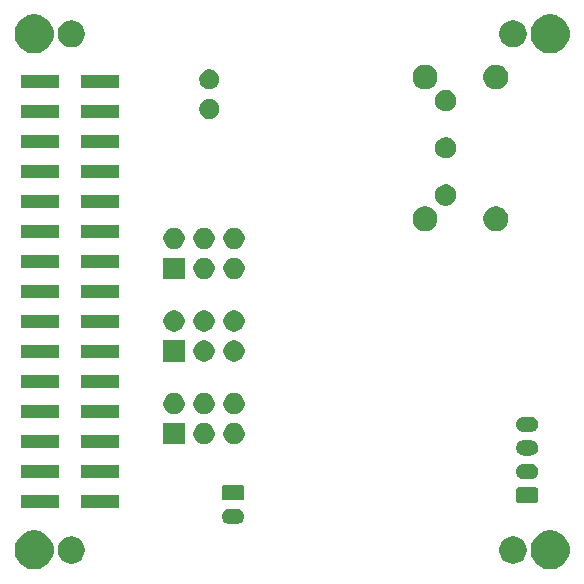
<source format=gbr>
G04 #@! TF.GenerationSoftware,KiCad,Pcbnew,5.1.5+dfsg1-2build2*
G04 #@! TF.CreationDate,2021-06-08T03:42:44+09:00*
G04 #@! TF.ProjectId,m5-pantilt,6d352d70-616e-4746-996c-742e6b696361,1*
G04 #@! TF.SameCoordinates,Original*
G04 #@! TF.FileFunction,Soldermask,Bot*
G04 #@! TF.FilePolarity,Negative*
%FSLAX46Y46*%
G04 Gerber Fmt 4.6, Leading zero omitted, Abs format (unit mm)*
G04 Created by KiCad (PCBNEW 5.1.5+dfsg1-2build2) date 2021-06-08 03:42:44*
%MOMM*%
%LPD*%
G04 APERTURE LIST*
%ADD10C,0.100000*%
G04 APERTURE END LIST*
D10*
G36*
X147225256Y-95241298D02*
G01*
X147331579Y-95262447D01*
X147632042Y-95386903D01*
X147902451Y-95567585D01*
X148132415Y-95797549D01*
X148313097Y-96067958D01*
X148437553Y-96368421D01*
X148501000Y-96687391D01*
X148501000Y-97012609D01*
X148437553Y-97331579D01*
X148313097Y-97632042D01*
X148132415Y-97902451D01*
X147902451Y-98132415D01*
X147632042Y-98313097D01*
X147331579Y-98437553D01*
X147225256Y-98458702D01*
X147012611Y-98501000D01*
X146687389Y-98501000D01*
X146474744Y-98458702D01*
X146368421Y-98437553D01*
X146067958Y-98313097D01*
X145797549Y-98132415D01*
X145567585Y-97902451D01*
X145386903Y-97632042D01*
X145262447Y-97331579D01*
X145199000Y-97012609D01*
X145199000Y-96687391D01*
X145262447Y-96368421D01*
X145386903Y-96067958D01*
X145567585Y-95797549D01*
X145797549Y-95567585D01*
X146067958Y-95386903D01*
X146368421Y-95262447D01*
X146474744Y-95241298D01*
X146687389Y-95199000D01*
X147012611Y-95199000D01*
X147225256Y-95241298D01*
G37*
G36*
X103525256Y-95241298D02*
G01*
X103631579Y-95262447D01*
X103932042Y-95386903D01*
X104202451Y-95567585D01*
X104432415Y-95797549D01*
X104613097Y-96067958D01*
X104737553Y-96368421D01*
X104801000Y-96687391D01*
X104801000Y-97012609D01*
X104737553Y-97331579D01*
X104613097Y-97632042D01*
X104432415Y-97902451D01*
X104202451Y-98132415D01*
X103932042Y-98313097D01*
X103631579Y-98437553D01*
X103525256Y-98458702D01*
X103312611Y-98501000D01*
X102987389Y-98501000D01*
X102774744Y-98458702D01*
X102668421Y-98437553D01*
X102367958Y-98313097D01*
X102097549Y-98132415D01*
X101867585Y-97902451D01*
X101686903Y-97632042D01*
X101562447Y-97331579D01*
X101499000Y-97012609D01*
X101499000Y-96687391D01*
X101562447Y-96368421D01*
X101686903Y-96067958D01*
X101867585Y-95797549D01*
X102097549Y-95567585D01*
X102367958Y-95386903D01*
X102668421Y-95262447D01*
X102774744Y-95241298D01*
X102987389Y-95199000D01*
X103312611Y-95199000D01*
X103525256Y-95241298D01*
G37*
G36*
X143924549Y-95721116D02*
G01*
X144035734Y-95743232D01*
X144245203Y-95829997D01*
X144433720Y-95955960D01*
X144594040Y-96116280D01*
X144720003Y-96304797D01*
X144806768Y-96514266D01*
X144851000Y-96736636D01*
X144851000Y-96963364D01*
X144806768Y-97185734D01*
X144720003Y-97395203D01*
X144594040Y-97583720D01*
X144433720Y-97744040D01*
X144245203Y-97870003D01*
X144035734Y-97956768D01*
X143924549Y-97978884D01*
X143813365Y-98001000D01*
X143586635Y-98001000D01*
X143475451Y-97978884D01*
X143364266Y-97956768D01*
X143154797Y-97870003D01*
X142966280Y-97744040D01*
X142805960Y-97583720D01*
X142679997Y-97395203D01*
X142593232Y-97185734D01*
X142549000Y-96963364D01*
X142549000Y-96736636D01*
X142593232Y-96514266D01*
X142679997Y-96304797D01*
X142805960Y-96116280D01*
X142966280Y-95955960D01*
X143154797Y-95829997D01*
X143364266Y-95743232D01*
X143475451Y-95721116D01*
X143586635Y-95699000D01*
X143813365Y-95699000D01*
X143924549Y-95721116D01*
G37*
G36*
X106524549Y-95721116D02*
G01*
X106635734Y-95743232D01*
X106845203Y-95829997D01*
X107033720Y-95955960D01*
X107194040Y-96116280D01*
X107320003Y-96304797D01*
X107406768Y-96514266D01*
X107451000Y-96736636D01*
X107451000Y-96963364D01*
X107406768Y-97185734D01*
X107320003Y-97395203D01*
X107194040Y-97583720D01*
X107033720Y-97744040D01*
X106845203Y-97870003D01*
X106635734Y-97956768D01*
X106524549Y-97978884D01*
X106413365Y-98001000D01*
X106186635Y-98001000D01*
X106075451Y-97978884D01*
X105964266Y-97956768D01*
X105754797Y-97870003D01*
X105566280Y-97744040D01*
X105405960Y-97583720D01*
X105279997Y-97395203D01*
X105193232Y-97185734D01*
X105149000Y-96963364D01*
X105149000Y-96736636D01*
X105193232Y-96514266D01*
X105279997Y-96304797D01*
X105405960Y-96116280D01*
X105566280Y-95955960D01*
X105754797Y-95829997D01*
X105964266Y-95743232D01*
X106075451Y-95721116D01*
X106186635Y-95699000D01*
X106413365Y-95699000D01*
X106524549Y-95721116D01*
G37*
G36*
X120338855Y-93352140D02*
G01*
X120402618Y-93358420D01*
X120493404Y-93385960D01*
X120525336Y-93395646D01*
X120638425Y-93456094D01*
X120737554Y-93537446D01*
X120818906Y-93636575D01*
X120879354Y-93749664D01*
X120879355Y-93749668D01*
X120916580Y-93872382D01*
X120929149Y-94000000D01*
X120916580Y-94127618D01*
X120889040Y-94218404D01*
X120879354Y-94250336D01*
X120818906Y-94363425D01*
X120737554Y-94462554D01*
X120638425Y-94543906D01*
X120525336Y-94604354D01*
X120493404Y-94614040D01*
X120402618Y-94641580D01*
X120338855Y-94647860D01*
X120306974Y-94651000D01*
X119693026Y-94651000D01*
X119661145Y-94647860D01*
X119597382Y-94641580D01*
X119506596Y-94614040D01*
X119474664Y-94604354D01*
X119361575Y-94543906D01*
X119262446Y-94462554D01*
X119181094Y-94363425D01*
X119120646Y-94250336D01*
X119110960Y-94218404D01*
X119083420Y-94127618D01*
X119070851Y-94000000D01*
X119083420Y-93872382D01*
X119120645Y-93749668D01*
X119120646Y-93749664D01*
X119181094Y-93636575D01*
X119262446Y-93537446D01*
X119361575Y-93456094D01*
X119474664Y-93395646D01*
X119506596Y-93385960D01*
X119597382Y-93358420D01*
X119661145Y-93352140D01*
X119693026Y-93349000D01*
X120306974Y-93349000D01*
X120338855Y-93352140D01*
G37*
G36*
X110351000Y-93331000D02*
G01*
X107099000Y-93331000D01*
X107099000Y-92229000D01*
X110351000Y-92229000D01*
X110351000Y-93331000D01*
G37*
G36*
X105301000Y-93331000D02*
G01*
X102049000Y-93331000D01*
X102049000Y-92229000D01*
X105301000Y-92229000D01*
X105301000Y-93331000D01*
G37*
G36*
X145666242Y-91553404D02*
G01*
X145703337Y-91564657D01*
X145737515Y-91582925D01*
X145767481Y-91607519D01*
X145792075Y-91637485D01*
X145810343Y-91671663D01*
X145821596Y-91708758D01*
X145826000Y-91753474D01*
X145826000Y-92646526D01*
X145821596Y-92691242D01*
X145810343Y-92728337D01*
X145792075Y-92762515D01*
X145767481Y-92792481D01*
X145737515Y-92817075D01*
X145703337Y-92835343D01*
X145666242Y-92846596D01*
X145621526Y-92851000D01*
X144178474Y-92851000D01*
X144133758Y-92846596D01*
X144096663Y-92835343D01*
X144062485Y-92817075D01*
X144032519Y-92792481D01*
X144007925Y-92762515D01*
X143989657Y-92728337D01*
X143978404Y-92691242D01*
X143974000Y-92646526D01*
X143974000Y-91753474D01*
X143978404Y-91708758D01*
X143989657Y-91671663D01*
X144007925Y-91637485D01*
X144032519Y-91607519D01*
X144062485Y-91582925D01*
X144096663Y-91564657D01*
X144133758Y-91553404D01*
X144178474Y-91549000D01*
X145621526Y-91549000D01*
X145666242Y-91553404D01*
G37*
G36*
X120766242Y-91353404D02*
G01*
X120803337Y-91364657D01*
X120837515Y-91382925D01*
X120867481Y-91407519D01*
X120892075Y-91437485D01*
X120910343Y-91471663D01*
X120921596Y-91508758D01*
X120926000Y-91553474D01*
X120926000Y-92446526D01*
X120921596Y-92491242D01*
X120910343Y-92528337D01*
X120892075Y-92562515D01*
X120867481Y-92592481D01*
X120837515Y-92617075D01*
X120803337Y-92635343D01*
X120766242Y-92646596D01*
X120721526Y-92651000D01*
X119278474Y-92651000D01*
X119233758Y-92646596D01*
X119196663Y-92635343D01*
X119162485Y-92617075D01*
X119132519Y-92592481D01*
X119107925Y-92562515D01*
X119089657Y-92528337D01*
X119078404Y-92491242D01*
X119074000Y-92446526D01*
X119074000Y-91553474D01*
X119078404Y-91508758D01*
X119089657Y-91471663D01*
X119107925Y-91437485D01*
X119132519Y-91407519D01*
X119162485Y-91382925D01*
X119196663Y-91364657D01*
X119233758Y-91353404D01*
X119278474Y-91349000D01*
X120721526Y-91349000D01*
X120766242Y-91353404D01*
G37*
G36*
X145238855Y-89552140D02*
G01*
X145302618Y-89558420D01*
X145393404Y-89585960D01*
X145425336Y-89595646D01*
X145538425Y-89656094D01*
X145637554Y-89737446D01*
X145718906Y-89836575D01*
X145779354Y-89949664D01*
X145779355Y-89949668D01*
X145816580Y-90072382D01*
X145829149Y-90200000D01*
X145816580Y-90327618D01*
X145789040Y-90418404D01*
X145779354Y-90450336D01*
X145718906Y-90563425D01*
X145637554Y-90662554D01*
X145538425Y-90743906D01*
X145425336Y-90804354D01*
X145393404Y-90814040D01*
X145302618Y-90841580D01*
X145238855Y-90847860D01*
X145206974Y-90851000D01*
X144593026Y-90851000D01*
X144561145Y-90847860D01*
X144497382Y-90841580D01*
X144406596Y-90814040D01*
X144374664Y-90804354D01*
X144261575Y-90743906D01*
X144162446Y-90662554D01*
X144081094Y-90563425D01*
X144020646Y-90450336D01*
X144010960Y-90418404D01*
X143983420Y-90327618D01*
X143970851Y-90200000D01*
X143983420Y-90072382D01*
X144020645Y-89949668D01*
X144020646Y-89949664D01*
X144081094Y-89836575D01*
X144162446Y-89737446D01*
X144261575Y-89656094D01*
X144374664Y-89595646D01*
X144406596Y-89585960D01*
X144497382Y-89558420D01*
X144561145Y-89552140D01*
X144593026Y-89549000D01*
X145206974Y-89549000D01*
X145238855Y-89552140D01*
G37*
G36*
X105301000Y-90791000D02*
G01*
X102049000Y-90791000D01*
X102049000Y-89689000D01*
X105301000Y-89689000D01*
X105301000Y-90791000D01*
G37*
G36*
X110351000Y-90791000D02*
G01*
X107099000Y-90791000D01*
X107099000Y-89689000D01*
X110351000Y-89689000D01*
X110351000Y-90791000D01*
G37*
G36*
X145238855Y-87552140D02*
G01*
X145302618Y-87558420D01*
X145393404Y-87585960D01*
X145425336Y-87595646D01*
X145538425Y-87656094D01*
X145637554Y-87737446D01*
X145718906Y-87836575D01*
X145779354Y-87949664D01*
X145779355Y-87949668D01*
X145816580Y-88072382D01*
X145829149Y-88200000D01*
X145816580Y-88327618D01*
X145789040Y-88418404D01*
X145779354Y-88450336D01*
X145718906Y-88563425D01*
X145637554Y-88662554D01*
X145538425Y-88743906D01*
X145425336Y-88804354D01*
X145393404Y-88814040D01*
X145302618Y-88841580D01*
X145238855Y-88847860D01*
X145206974Y-88851000D01*
X144593026Y-88851000D01*
X144561145Y-88847860D01*
X144497382Y-88841580D01*
X144406596Y-88814040D01*
X144374664Y-88804354D01*
X144261575Y-88743906D01*
X144162446Y-88662554D01*
X144081094Y-88563425D01*
X144020646Y-88450336D01*
X144010960Y-88418404D01*
X143983420Y-88327618D01*
X143970851Y-88200000D01*
X143983420Y-88072382D01*
X144020645Y-87949668D01*
X144020646Y-87949664D01*
X144081094Y-87836575D01*
X144162446Y-87737446D01*
X144261575Y-87656094D01*
X144374664Y-87595646D01*
X144406596Y-87585960D01*
X144497382Y-87558420D01*
X144561145Y-87552140D01*
X144593026Y-87549000D01*
X145206974Y-87549000D01*
X145238855Y-87552140D01*
G37*
G36*
X110351000Y-88251000D02*
G01*
X107099000Y-88251000D01*
X107099000Y-87149000D01*
X110351000Y-87149000D01*
X110351000Y-88251000D01*
G37*
G36*
X105301000Y-88251000D02*
G01*
X102049000Y-88251000D01*
X102049000Y-87149000D01*
X105301000Y-87149000D01*
X105301000Y-88251000D01*
G37*
G36*
X117653512Y-86103927D02*
G01*
X117802812Y-86133624D01*
X117966784Y-86201544D01*
X118114354Y-86300147D01*
X118239853Y-86425646D01*
X118338456Y-86573216D01*
X118406376Y-86737188D01*
X118441000Y-86911259D01*
X118441000Y-87088741D01*
X118406376Y-87262812D01*
X118338456Y-87426784D01*
X118239853Y-87574354D01*
X118114354Y-87699853D01*
X117966784Y-87798456D01*
X117802812Y-87866376D01*
X117653512Y-87896073D01*
X117628742Y-87901000D01*
X117451258Y-87901000D01*
X117426488Y-87896073D01*
X117277188Y-87866376D01*
X117113216Y-87798456D01*
X116965646Y-87699853D01*
X116840147Y-87574354D01*
X116741544Y-87426784D01*
X116673624Y-87262812D01*
X116639000Y-87088741D01*
X116639000Y-86911259D01*
X116673624Y-86737188D01*
X116741544Y-86573216D01*
X116840147Y-86425646D01*
X116965646Y-86300147D01*
X117113216Y-86201544D01*
X117277188Y-86133624D01*
X117426488Y-86103927D01*
X117451258Y-86099000D01*
X117628742Y-86099000D01*
X117653512Y-86103927D01*
G37*
G36*
X115901000Y-87901000D02*
G01*
X114099000Y-87901000D01*
X114099000Y-86099000D01*
X115901000Y-86099000D01*
X115901000Y-87901000D01*
G37*
G36*
X120193512Y-86103927D02*
G01*
X120342812Y-86133624D01*
X120506784Y-86201544D01*
X120654354Y-86300147D01*
X120779853Y-86425646D01*
X120878456Y-86573216D01*
X120946376Y-86737188D01*
X120981000Y-86911259D01*
X120981000Y-87088741D01*
X120946376Y-87262812D01*
X120878456Y-87426784D01*
X120779853Y-87574354D01*
X120654354Y-87699853D01*
X120506784Y-87798456D01*
X120342812Y-87866376D01*
X120193512Y-87896073D01*
X120168742Y-87901000D01*
X119991258Y-87901000D01*
X119966488Y-87896073D01*
X119817188Y-87866376D01*
X119653216Y-87798456D01*
X119505646Y-87699853D01*
X119380147Y-87574354D01*
X119281544Y-87426784D01*
X119213624Y-87262812D01*
X119179000Y-87088741D01*
X119179000Y-86911259D01*
X119213624Y-86737188D01*
X119281544Y-86573216D01*
X119380147Y-86425646D01*
X119505646Y-86300147D01*
X119653216Y-86201544D01*
X119817188Y-86133624D01*
X119966488Y-86103927D01*
X119991258Y-86099000D01*
X120168742Y-86099000D01*
X120193512Y-86103927D01*
G37*
G36*
X145238855Y-85552140D02*
G01*
X145302618Y-85558420D01*
X145393404Y-85585960D01*
X145425336Y-85595646D01*
X145538425Y-85656094D01*
X145637554Y-85737446D01*
X145718906Y-85836575D01*
X145779354Y-85949664D01*
X145779355Y-85949668D01*
X145816580Y-86072382D01*
X145829149Y-86200000D01*
X145816580Y-86327618D01*
X145789040Y-86418404D01*
X145779354Y-86450336D01*
X145718906Y-86563425D01*
X145637554Y-86662554D01*
X145538425Y-86743906D01*
X145425336Y-86804354D01*
X145393404Y-86814040D01*
X145302618Y-86841580D01*
X145238855Y-86847860D01*
X145206974Y-86851000D01*
X144593026Y-86851000D01*
X144561145Y-86847860D01*
X144497382Y-86841580D01*
X144406596Y-86814040D01*
X144374664Y-86804354D01*
X144261575Y-86743906D01*
X144162446Y-86662554D01*
X144081094Y-86563425D01*
X144020646Y-86450336D01*
X144010960Y-86418404D01*
X143983420Y-86327618D01*
X143970851Y-86200000D01*
X143983420Y-86072382D01*
X144020645Y-85949668D01*
X144020646Y-85949664D01*
X144081094Y-85836575D01*
X144162446Y-85737446D01*
X144261575Y-85656094D01*
X144374664Y-85595646D01*
X144406596Y-85585960D01*
X144497382Y-85558420D01*
X144561145Y-85552140D01*
X144593026Y-85549000D01*
X145206974Y-85549000D01*
X145238855Y-85552140D01*
G37*
G36*
X105301000Y-85711000D02*
G01*
X102049000Y-85711000D01*
X102049000Y-84609000D01*
X105301000Y-84609000D01*
X105301000Y-85711000D01*
G37*
G36*
X110351000Y-85711000D02*
G01*
X107099000Y-85711000D01*
X107099000Y-84609000D01*
X110351000Y-84609000D01*
X110351000Y-85711000D01*
G37*
G36*
X120193512Y-83563927D02*
G01*
X120342812Y-83593624D01*
X120506784Y-83661544D01*
X120654354Y-83760147D01*
X120779853Y-83885646D01*
X120878456Y-84033216D01*
X120946376Y-84197188D01*
X120981000Y-84371259D01*
X120981000Y-84548741D01*
X120946376Y-84722812D01*
X120878456Y-84886784D01*
X120779853Y-85034354D01*
X120654354Y-85159853D01*
X120506784Y-85258456D01*
X120342812Y-85326376D01*
X120193512Y-85356073D01*
X120168742Y-85361000D01*
X119991258Y-85361000D01*
X119966488Y-85356073D01*
X119817188Y-85326376D01*
X119653216Y-85258456D01*
X119505646Y-85159853D01*
X119380147Y-85034354D01*
X119281544Y-84886784D01*
X119213624Y-84722812D01*
X119179000Y-84548741D01*
X119179000Y-84371259D01*
X119213624Y-84197188D01*
X119281544Y-84033216D01*
X119380147Y-83885646D01*
X119505646Y-83760147D01*
X119653216Y-83661544D01*
X119817188Y-83593624D01*
X119966488Y-83563927D01*
X119991258Y-83559000D01*
X120168742Y-83559000D01*
X120193512Y-83563927D01*
G37*
G36*
X117653512Y-83563927D02*
G01*
X117802812Y-83593624D01*
X117966784Y-83661544D01*
X118114354Y-83760147D01*
X118239853Y-83885646D01*
X118338456Y-84033216D01*
X118406376Y-84197188D01*
X118441000Y-84371259D01*
X118441000Y-84548741D01*
X118406376Y-84722812D01*
X118338456Y-84886784D01*
X118239853Y-85034354D01*
X118114354Y-85159853D01*
X117966784Y-85258456D01*
X117802812Y-85326376D01*
X117653512Y-85356073D01*
X117628742Y-85361000D01*
X117451258Y-85361000D01*
X117426488Y-85356073D01*
X117277188Y-85326376D01*
X117113216Y-85258456D01*
X116965646Y-85159853D01*
X116840147Y-85034354D01*
X116741544Y-84886784D01*
X116673624Y-84722812D01*
X116639000Y-84548741D01*
X116639000Y-84371259D01*
X116673624Y-84197188D01*
X116741544Y-84033216D01*
X116840147Y-83885646D01*
X116965646Y-83760147D01*
X117113216Y-83661544D01*
X117277188Y-83593624D01*
X117426488Y-83563927D01*
X117451258Y-83559000D01*
X117628742Y-83559000D01*
X117653512Y-83563927D01*
G37*
G36*
X115113512Y-83563927D02*
G01*
X115262812Y-83593624D01*
X115426784Y-83661544D01*
X115574354Y-83760147D01*
X115699853Y-83885646D01*
X115798456Y-84033216D01*
X115866376Y-84197188D01*
X115901000Y-84371259D01*
X115901000Y-84548741D01*
X115866376Y-84722812D01*
X115798456Y-84886784D01*
X115699853Y-85034354D01*
X115574354Y-85159853D01*
X115426784Y-85258456D01*
X115262812Y-85326376D01*
X115113512Y-85356073D01*
X115088742Y-85361000D01*
X114911258Y-85361000D01*
X114886488Y-85356073D01*
X114737188Y-85326376D01*
X114573216Y-85258456D01*
X114425646Y-85159853D01*
X114300147Y-85034354D01*
X114201544Y-84886784D01*
X114133624Y-84722812D01*
X114099000Y-84548741D01*
X114099000Y-84371259D01*
X114133624Y-84197188D01*
X114201544Y-84033216D01*
X114300147Y-83885646D01*
X114425646Y-83760147D01*
X114573216Y-83661544D01*
X114737188Y-83593624D01*
X114886488Y-83563927D01*
X114911258Y-83559000D01*
X115088742Y-83559000D01*
X115113512Y-83563927D01*
G37*
G36*
X105301000Y-83171000D02*
G01*
X102049000Y-83171000D01*
X102049000Y-82069000D01*
X105301000Y-82069000D01*
X105301000Y-83171000D01*
G37*
G36*
X110351000Y-83171000D02*
G01*
X107099000Y-83171000D01*
X107099000Y-82069000D01*
X110351000Y-82069000D01*
X110351000Y-83171000D01*
G37*
G36*
X115901000Y-80901000D02*
G01*
X114099000Y-80901000D01*
X114099000Y-79099000D01*
X115901000Y-79099000D01*
X115901000Y-80901000D01*
G37*
G36*
X117653512Y-79103927D02*
G01*
X117802812Y-79133624D01*
X117966784Y-79201544D01*
X118114354Y-79300147D01*
X118239853Y-79425646D01*
X118338456Y-79573216D01*
X118406376Y-79737188D01*
X118441000Y-79911259D01*
X118441000Y-80088741D01*
X118406376Y-80262812D01*
X118338456Y-80426784D01*
X118239853Y-80574354D01*
X118114354Y-80699853D01*
X117966784Y-80798456D01*
X117802812Y-80866376D01*
X117653512Y-80896073D01*
X117628742Y-80901000D01*
X117451258Y-80901000D01*
X117426488Y-80896073D01*
X117277188Y-80866376D01*
X117113216Y-80798456D01*
X116965646Y-80699853D01*
X116840147Y-80574354D01*
X116741544Y-80426784D01*
X116673624Y-80262812D01*
X116639000Y-80088741D01*
X116639000Y-79911259D01*
X116673624Y-79737188D01*
X116741544Y-79573216D01*
X116840147Y-79425646D01*
X116965646Y-79300147D01*
X117113216Y-79201544D01*
X117277188Y-79133624D01*
X117426488Y-79103927D01*
X117451258Y-79099000D01*
X117628742Y-79099000D01*
X117653512Y-79103927D01*
G37*
G36*
X120193512Y-79103927D02*
G01*
X120342812Y-79133624D01*
X120506784Y-79201544D01*
X120654354Y-79300147D01*
X120779853Y-79425646D01*
X120878456Y-79573216D01*
X120946376Y-79737188D01*
X120981000Y-79911259D01*
X120981000Y-80088741D01*
X120946376Y-80262812D01*
X120878456Y-80426784D01*
X120779853Y-80574354D01*
X120654354Y-80699853D01*
X120506784Y-80798456D01*
X120342812Y-80866376D01*
X120193512Y-80896073D01*
X120168742Y-80901000D01*
X119991258Y-80901000D01*
X119966488Y-80896073D01*
X119817188Y-80866376D01*
X119653216Y-80798456D01*
X119505646Y-80699853D01*
X119380147Y-80574354D01*
X119281544Y-80426784D01*
X119213624Y-80262812D01*
X119179000Y-80088741D01*
X119179000Y-79911259D01*
X119213624Y-79737188D01*
X119281544Y-79573216D01*
X119380147Y-79425646D01*
X119505646Y-79300147D01*
X119653216Y-79201544D01*
X119817188Y-79133624D01*
X119966488Y-79103927D01*
X119991258Y-79099000D01*
X120168742Y-79099000D01*
X120193512Y-79103927D01*
G37*
G36*
X110351000Y-80631000D02*
G01*
X107099000Y-80631000D01*
X107099000Y-79529000D01*
X110351000Y-79529000D01*
X110351000Y-80631000D01*
G37*
G36*
X105301000Y-80631000D02*
G01*
X102049000Y-80631000D01*
X102049000Y-79529000D01*
X105301000Y-79529000D01*
X105301000Y-80631000D01*
G37*
G36*
X115113512Y-76563927D02*
G01*
X115262812Y-76593624D01*
X115426784Y-76661544D01*
X115574354Y-76760147D01*
X115699853Y-76885646D01*
X115798456Y-77033216D01*
X115866376Y-77197188D01*
X115901000Y-77371259D01*
X115901000Y-77548741D01*
X115866376Y-77722812D01*
X115798456Y-77886784D01*
X115699853Y-78034354D01*
X115574354Y-78159853D01*
X115426784Y-78258456D01*
X115262812Y-78326376D01*
X115113512Y-78356073D01*
X115088742Y-78361000D01*
X114911258Y-78361000D01*
X114886488Y-78356073D01*
X114737188Y-78326376D01*
X114573216Y-78258456D01*
X114425646Y-78159853D01*
X114300147Y-78034354D01*
X114201544Y-77886784D01*
X114133624Y-77722812D01*
X114099000Y-77548741D01*
X114099000Y-77371259D01*
X114133624Y-77197188D01*
X114201544Y-77033216D01*
X114300147Y-76885646D01*
X114425646Y-76760147D01*
X114573216Y-76661544D01*
X114737188Y-76593624D01*
X114886488Y-76563927D01*
X114911258Y-76559000D01*
X115088742Y-76559000D01*
X115113512Y-76563927D01*
G37*
G36*
X117653512Y-76563927D02*
G01*
X117802812Y-76593624D01*
X117966784Y-76661544D01*
X118114354Y-76760147D01*
X118239853Y-76885646D01*
X118338456Y-77033216D01*
X118406376Y-77197188D01*
X118441000Y-77371259D01*
X118441000Y-77548741D01*
X118406376Y-77722812D01*
X118338456Y-77886784D01*
X118239853Y-78034354D01*
X118114354Y-78159853D01*
X117966784Y-78258456D01*
X117802812Y-78326376D01*
X117653512Y-78356073D01*
X117628742Y-78361000D01*
X117451258Y-78361000D01*
X117426488Y-78356073D01*
X117277188Y-78326376D01*
X117113216Y-78258456D01*
X116965646Y-78159853D01*
X116840147Y-78034354D01*
X116741544Y-77886784D01*
X116673624Y-77722812D01*
X116639000Y-77548741D01*
X116639000Y-77371259D01*
X116673624Y-77197188D01*
X116741544Y-77033216D01*
X116840147Y-76885646D01*
X116965646Y-76760147D01*
X117113216Y-76661544D01*
X117277188Y-76593624D01*
X117426488Y-76563927D01*
X117451258Y-76559000D01*
X117628742Y-76559000D01*
X117653512Y-76563927D01*
G37*
G36*
X120193512Y-76563927D02*
G01*
X120342812Y-76593624D01*
X120506784Y-76661544D01*
X120654354Y-76760147D01*
X120779853Y-76885646D01*
X120878456Y-77033216D01*
X120946376Y-77197188D01*
X120981000Y-77371259D01*
X120981000Y-77548741D01*
X120946376Y-77722812D01*
X120878456Y-77886784D01*
X120779853Y-78034354D01*
X120654354Y-78159853D01*
X120506784Y-78258456D01*
X120342812Y-78326376D01*
X120193512Y-78356073D01*
X120168742Y-78361000D01*
X119991258Y-78361000D01*
X119966488Y-78356073D01*
X119817188Y-78326376D01*
X119653216Y-78258456D01*
X119505646Y-78159853D01*
X119380147Y-78034354D01*
X119281544Y-77886784D01*
X119213624Y-77722812D01*
X119179000Y-77548741D01*
X119179000Y-77371259D01*
X119213624Y-77197188D01*
X119281544Y-77033216D01*
X119380147Y-76885646D01*
X119505646Y-76760147D01*
X119653216Y-76661544D01*
X119817188Y-76593624D01*
X119966488Y-76563927D01*
X119991258Y-76559000D01*
X120168742Y-76559000D01*
X120193512Y-76563927D01*
G37*
G36*
X105301000Y-78091000D02*
G01*
X102049000Y-78091000D01*
X102049000Y-76989000D01*
X105301000Y-76989000D01*
X105301000Y-78091000D01*
G37*
G36*
X110351000Y-78091000D02*
G01*
X107099000Y-78091000D01*
X107099000Y-76989000D01*
X110351000Y-76989000D01*
X110351000Y-78091000D01*
G37*
G36*
X110351000Y-75551000D02*
G01*
X107099000Y-75551000D01*
X107099000Y-74449000D01*
X110351000Y-74449000D01*
X110351000Y-75551000D01*
G37*
G36*
X105301000Y-75551000D02*
G01*
X102049000Y-75551000D01*
X102049000Y-74449000D01*
X105301000Y-74449000D01*
X105301000Y-75551000D01*
G37*
G36*
X120193512Y-72103927D02*
G01*
X120342812Y-72133624D01*
X120506784Y-72201544D01*
X120654354Y-72300147D01*
X120779853Y-72425646D01*
X120878456Y-72573216D01*
X120946376Y-72737188D01*
X120981000Y-72911259D01*
X120981000Y-73088741D01*
X120946376Y-73262812D01*
X120878456Y-73426784D01*
X120779853Y-73574354D01*
X120654354Y-73699853D01*
X120506784Y-73798456D01*
X120342812Y-73866376D01*
X120193512Y-73896073D01*
X120168742Y-73901000D01*
X119991258Y-73901000D01*
X119966488Y-73896073D01*
X119817188Y-73866376D01*
X119653216Y-73798456D01*
X119505646Y-73699853D01*
X119380147Y-73574354D01*
X119281544Y-73426784D01*
X119213624Y-73262812D01*
X119179000Y-73088741D01*
X119179000Y-72911259D01*
X119213624Y-72737188D01*
X119281544Y-72573216D01*
X119380147Y-72425646D01*
X119505646Y-72300147D01*
X119653216Y-72201544D01*
X119817188Y-72133624D01*
X119966488Y-72103927D01*
X119991258Y-72099000D01*
X120168742Y-72099000D01*
X120193512Y-72103927D01*
G37*
G36*
X115901000Y-73901000D02*
G01*
X114099000Y-73901000D01*
X114099000Y-72099000D01*
X115901000Y-72099000D01*
X115901000Y-73901000D01*
G37*
G36*
X117653512Y-72103927D02*
G01*
X117802812Y-72133624D01*
X117966784Y-72201544D01*
X118114354Y-72300147D01*
X118239853Y-72425646D01*
X118338456Y-72573216D01*
X118406376Y-72737188D01*
X118441000Y-72911259D01*
X118441000Y-73088741D01*
X118406376Y-73262812D01*
X118338456Y-73426784D01*
X118239853Y-73574354D01*
X118114354Y-73699853D01*
X117966784Y-73798456D01*
X117802812Y-73866376D01*
X117653512Y-73896073D01*
X117628742Y-73901000D01*
X117451258Y-73901000D01*
X117426488Y-73896073D01*
X117277188Y-73866376D01*
X117113216Y-73798456D01*
X116965646Y-73699853D01*
X116840147Y-73574354D01*
X116741544Y-73426784D01*
X116673624Y-73262812D01*
X116639000Y-73088741D01*
X116639000Y-72911259D01*
X116673624Y-72737188D01*
X116741544Y-72573216D01*
X116840147Y-72425646D01*
X116965646Y-72300147D01*
X117113216Y-72201544D01*
X117277188Y-72133624D01*
X117426488Y-72103927D01*
X117451258Y-72099000D01*
X117628742Y-72099000D01*
X117653512Y-72103927D01*
G37*
G36*
X110351000Y-73011000D02*
G01*
X107099000Y-73011000D01*
X107099000Y-71909000D01*
X110351000Y-71909000D01*
X110351000Y-73011000D01*
G37*
G36*
X105301000Y-73011000D02*
G01*
X102049000Y-73011000D01*
X102049000Y-71909000D01*
X105301000Y-71909000D01*
X105301000Y-73011000D01*
G37*
G36*
X120193512Y-69563927D02*
G01*
X120342812Y-69593624D01*
X120506784Y-69661544D01*
X120654354Y-69760147D01*
X120779853Y-69885646D01*
X120878456Y-70033216D01*
X120946376Y-70197188D01*
X120981000Y-70371259D01*
X120981000Y-70548741D01*
X120946376Y-70722812D01*
X120878456Y-70886784D01*
X120779853Y-71034354D01*
X120654354Y-71159853D01*
X120506784Y-71258456D01*
X120342812Y-71326376D01*
X120193512Y-71356073D01*
X120168742Y-71361000D01*
X119991258Y-71361000D01*
X119966488Y-71356073D01*
X119817188Y-71326376D01*
X119653216Y-71258456D01*
X119505646Y-71159853D01*
X119380147Y-71034354D01*
X119281544Y-70886784D01*
X119213624Y-70722812D01*
X119179000Y-70548741D01*
X119179000Y-70371259D01*
X119213624Y-70197188D01*
X119281544Y-70033216D01*
X119380147Y-69885646D01*
X119505646Y-69760147D01*
X119653216Y-69661544D01*
X119817188Y-69593624D01*
X119966488Y-69563927D01*
X119991258Y-69559000D01*
X120168742Y-69559000D01*
X120193512Y-69563927D01*
G37*
G36*
X117653512Y-69563927D02*
G01*
X117802812Y-69593624D01*
X117966784Y-69661544D01*
X118114354Y-69760147D01*
X118239853Y-69885646D01*
X118338456Y-70033216D01*
X118406376Y-70197188D01*
X118441000Y-70371259D01*
X118441000Y-70548741D01*
X118406376Y-70722812D01*
X118338456Y-70886784D01*
X118239853Y-71034354D01*
X118114354Y-71159853D01*
X117966784Y-71258456D01*
X117802812Y-71326376D01*
X117653512Y-71356073D01*
X117628742Y-71361000D01*
X117451258Y-71361000D01*
X117426488Y-71356073D01*
X117277188Y-71326376D01*
X117113216Y-71258456D01*
X116965646Y-71159853D01*
X116840147Y-71034354D01*
X116741544Y-70886784D01*
X116673624Y-70722812D01*
X116639000Y-70548741D01*
X116639000Y-70371259D01*
X116673624Y-70197188D01*
X116741544Y-70033216D01*
X116840147Y-69885646D01*
X116965646Y-69760147D01*
X117113216Y-69661544D01*
X117277188Y-69593624D01*
X117426488Y-69563927D01*
X117451258Y-69559000D01*
X117628742Y-69559000D01*
X117653512Y-69563927D01*
G37*
G36*
X115113512Y-69563927D02*
G01*
X115262812Y-69593624D01*
X115426784Y-69661544D01*
X115574354Y-69760147D01*
X115699853Y-69885646D01*
X115798456Y-70033216D01*
X115866376Y-70197188D01*
X115901000Y-70371259D01*
X115901000Y-70548741D01*
X115866376Y-70722812D01*
X115798456Y-70886784D01*
X115699853Y-71034354D01*
X115574354Y-71159853D01*
X115426784Y-71258456D01*
X115262812Y-71326376D01*
X115113512Y-71356073D01*
X115088742Y-71361000D01*
X114911258Y-71361000D01*
X114886488Y-71356073D01*
X114737188Y-71326376D01*
X114573216Y-71258456D01*
X114425646Y-71159853D01*
X114300147Y-71034354D01*
X114201544Y-70886784D01*
X114133624Y-70722812D01*
X114099000Y-70548741D01*
X114099000Y-70371259D01*
X114133624Y-70197188D01*
X114201544Y-70033216D01*
X114300147Y-69885646D01*
X114425646Y-69760147D01*
X114573216Y-69661544D01*
X114737188Y-69593624D01*
X114886488Y-69563927D01*
X114911258Y-69559000D01*
X115088742Y-69559000D01*
X115113512Y-69563927D01*
G37*
G36*
X110351000Y-70471000D02*
G01*
X107099000Y-70471000D01*
X107099000Y-69369000D01*
X110351000Y-69369000D01*
X110351000Y-70471000D01*
G37*
G36*
X105301000Y-70471000D02*
G01*
X102049000Y-70471000D01*
X102049000Y-69369000D01*
X105301000Y-69369000D01*
X105301000Y-70471000D01*
G37*
G36*
X142556564Y-67789389D02*
G01*
X142747833Y-67868615D01*
X142747835Y-67868616D01*
X142841199Y-67931000D01*
X142919973Y-67983635D01*
X143066365Y-68130027D01*
X143181385Y-68302167D01*
X143260611Y-68493436D01*
X143301000Y-68696484D01*
X143301000Y-68903516D01*
X143260611Y-69106564D01*
X143181385Y-69297833D01*
X143181384Y-69297835D01*
X143066365Y-69469973D01*
X142919973Y-69616365D01*
X142747835Y-69731384D01*
X142747834Y-69731385D01*
X142747833Y-69731385D01*
X142556564Y-69810611D01*
X142353516Y-69851000D01*
X142146484Y-69851000D01*
X141943436Y-69810611D01*
X141752167Y-69731385D01*
X141752166Y-69731385D01*
X141752165Y-69731384D01*
X141580027Y-69616365D01*
X141433635Y-69469973D01*
X141318616Y-69297835D01*
X141318615Y-69297833D01*
X141239389Y-69106564D01*
X141199000Y-68903516D01*
X141199000Y-68696484D01*
X141239389Y-68493436D01*
X141318615Y-68302167D01*
X141433635Y-68130027D01*
X141580027Y-67983635D01*
X141658801Y-67931000D01*
X141752165Y-67868616D01*
X141752167Y-67868615D01*
X141943436Y-67789389D01*
X142146484Y-67749000D01*
X142353516Y-67749000D01*
X142556564Y-67789389D01*
G37*
G36*
X136556564Y-67789389D02*
G01*
X136747833Y-67868615D01*
X136747835Y-67868616D01*
X136841199Y-67931000D01*
X136919973Y-67983635D01*
X137066365Y-68130027D01*
X137181385Y-68302167D01*
X137260611Y-68493436D01*
X137301000Y-68696484D01*
X137301000Y-68903516D01*
X137260611Y-69106564D01*
X137181385Y-69297833D01*
X137181384Y-69297835D01*
X137066365Y-69469973D01*
X136919973Y-69616365D01*
X136747835Y-69731384D01*
X136747834Y-69731385D01*
X136747833Y-69731385D01*
X136556564Y-69810611D01*
X136353516Y-69851000D01*
X136146484Y-69851000D01*
X135943436Y-69810611D01*
X135752167Y-69731385D01*
X135752166Y-69731385D01*
X135752165Y-69731384D01*
X135580027Y-69616365D01*
X135433635Y-69469973D01*
X135318616Y-69297835D01*
X135318615Y-69297833D01*
X135239389Y-69106564D01*
X135199000Y-68903516D01*
X135199000Y-68696484D01*
X135239389Y-68493436D01*
X135318615Y-68302167D01*
X135433635Y-68130027D01*
X135580027Y-67983635D01*
X135658801Y-67931000D01*
X135752165Y-67868616D01*
X135752167Y-67868615D01*
X135943436Y-67789389D01*
X136146484Y-67749000D01*
X136353516Y-67749000D01*
X136556564Y-67789389D01*
G37*
G36*
X105301000Y-67931000D02*
G01*
X102049000Y-67931000D01*
X102049000Y-66829000D01*
X105301000Y-66829000D01*
X105301000Y-67931000D01*
G37*
G36*
X110351000Y-67931000D02*
G01*
X107099000Y-67931000D01*
X107099000Y-66829000D01*
X110351000Y-66829000D01*
X110351000Y-67931000D01*
G37*
G36*
X138113512Y-65903927D02*
G01*
X138262812Y-65933624D01*
X138426784Y-66001544D01*
X138574354Y-66100147D01*
X138699853Y-66225646D01*
X138798456Y-66373216D01*
X138866376Y-66537188D01*
X138901000Y-66711259D01*
X138901000Y-66888741D01*
X138866376Y-67062812D01*
X138798456Y-67226784D01*
X138699853Y-67374354D01*
X138574354Y-67499853D01*
X138426784Y-67598456D01*
X138262812Y-67666376D01*
X138113512Y-67696073D01*
X138088742Y-67701000D01*
X137911258Y-67701000D01*
X137886488Y-67696073D01*
X137737188Y-67666376D01*
X137573216Y-67598456D01*
X137425646Y-67499853D01*
X137300147Y-67374354D01*
X137201544Y-67226784D01*
X137133624Y-67062812D01*
X137099000Y-66888741D01*
X137099000Y-66711259D01*
X137133624Y-66537188D01*
X137201544Y-66373216D01*
X137300147Y-66225646D01*
X137425646Y-66100147D01*
X137573216Y-66001544D01*
X137737188Y-65933624D01*
X137886488Y-65903927D01*
X137911258Y-65899000D01*
X138088742Y-65899000D01*
X138113512Y-65903927D01*
G37*
G36*
X110351000Y-65391000D02*
G01*
X107099000Y-65391000D01*
X107099000Y-64289000D01*
X110351000Y-64289000D01*
X110351000Y-65391000D01*
G37*
G36*
X105301000Y-65391000D02*
G01*
X102049000Y-65391000D01*
X102049000Y-64289000D01*
X105301000Y-64289000D01*
X105301000Y-65391000D01*
G37*
G36*
X138113512Y-61903927D02*
G01*
X138262812Y-61933624D01*
X138426784Y-62001544D01*
X138574354Y-62100147D01*
X138699853Y-62225646D01*
X138798456Y-62373216D01*
X138866376Y-62537188D01*
X138901000Y-62711259D01*
X138901000Y-62888741D01*
X138866376Y-63062812D01*
X138798456Y-63226784D01*
X138699853Y-63374354D01*
X138574354Y-63499853D01*
X138426784Y-63598456D01*
X138262812Y-63666376D01*
X138113512Y-63696073D01*
X138088742Y-63701000D01*
X137911258Y-63701000D01*
X137886488Y-63696073D01*
X137737188Y-63666376D01*
X137573216Y-63598456D01*
X137425646Y-63499853D01*
X137300147Y-63374354D01*
X137201544Y-63226784D01*
X137133624Y-63062812D01*
X137099000Y-62888741D01*
X137099000Y-62711259D01*
X137133624Y-62537188D01*
X137201544Y-62373216D01*
X137300147Y-62225646D01*
X137425646Y-62100147D01*
X137573216Y-62001544D01*
X137737188Y-61933624D01*
X137886488Y-61903927D01*
X137911258Y-61899000D01*
X138088742Y-61899000D01*
X138113512Y-61903927D01*
G37*
G36*
X110351000Y-62851000D02*
G01*
X107099000Y-62851000D01*
X107099000Y-61749000D01*
X110351000Y-61749000D01*
X110351000Y-62851000D01*
G37*
G36*
X105301000Y-62851000D02*
G01*
X102049000Y-62851000D01*
X102049000Y-61749000D01*
X105301000Y-61749000D01*
X105301000Y-62851000D01*
G37*
G36*
X118248228Y-58681703D02*
G01*
X118403100Y-58745853D01*
X118542481Y-58838985D01*
X118661015Y-58957519D01*
X118754147Y-59096900D01*
X118818297Y-59251772D01*
X118851000Y-59416184D01*
X118851000Y-59583816D01*
X118818297Y-59748228D01*
X118754147Y-59903100D01*
X118661015Y-60042481D01*
X118542481Y-60161015D01*
X118403100Y-60254147D01*
X118248228Y-60318297D01*
X118083816Y-60351000D01*
X117916184Y-60351000D01*
X117751772Y-60318297D01*
X117596900Y-60254147D01*
X117457519Y-60161015D01*
X117338985Y-60042481D01*
X117245853Y-59903100D01*
X117181703Y-59748228D01*
X117149000Y-59583816D01*
X117149000Y-59416184D01*
X117181703Y-59251772D01*
X117245853Y-59096900D01*
X117338985Y-58957519D01*
X117457519Y-58838985D01*
X117596900Y-58745853D01*
X117751772Y-58681703D01*
X117916184Y-58649000D01*
X118083816Y-58649000D01*
X118248228Y-58681703D01*
G37*
G36*
X105301000Y-60311000D02*
G01*
X102049000Y-60311000D01*
X102049000Y-59209000D01*
X105301000Y-59209000D01*
X105301000Y-60311000D01*
G37*
G36*
X110351000Y-60311000D02*
G01*
X107099000Y-60311000D01*
X107099000Y-59209000D01*
X110351000Y-59209000D01*
X110351000Y-60311000D01*
G37*
G36*
X138113512Y-57903927D02*
G01*
X138262812Y-57933624D01*
X138426784Y-58001544D01*
X138574354Y-58100147D01*
X138699853Y-58225646D01*
X138798456Y-58373216D01*
X138866376Y-58537188D01*
X138901000Y-58711259D01*
X138901000Y-58888741D01*
X138866376Y-59062812D01*
X138798456Y-59226784D01*
X138699853Y-59374354D01*
X138574354Y-59499853D01*
X138426784Y-59598456D01*
X138262812Y-59666376D01*
X138113512Y-59696073D01*
X138088742Y-59701000D01*
X137911258Y-59701000D01*
X137886488Y-59696073D01*
X137737188Y-59666376D01*
X137573216Y-59598456D01*
X137425646Y-59499853D01*
X137300147Y-59374354D01*
X137201544Y-59226784D01*
X137133624Y-59062812D01*
X137099000Y-58888741D01*
X137099000Y-58711259D01*
X137133624Y-58537188D01*
X137201544Y-58373216D01*
X137300147Y-58225646D01*
X137425646Y-58100147D01*
X137573216Y-58001544D01*
X137737188Y-57933624D01*
X137886488Y-57903927D01*
X137911258Y-57899000D01*
X138088742Y-57899000D01*
X138113512Y-57903927D01*
G37*
G36*
X142556564Y-55789389D02*
G01*
X142747833Y-55868615D01*
X142747835Y-55868616D01*
X142919973Y-55983635D01*
X143066365Y-56130027D01*
X143143758Y-56245853D01*
X143181385Y-56302167D01*
X143260611Y-56493436D01*
X143301000Y-56696484D01*
X143301000Y-56903516D01*
X143260611Y-57106564D01*
X143181385Y-57297833D01*
X143181384Y-57297835D01*
X143066365Y-57469973D01*
X142919973Y-57616365D01*
X142747835Y-57731384D01*
X142747834Y-57731385D01*
X142747833Y-57731385D01*
X142556564Y-57810611D01*
X142353516Y-57851000D01*
X142146484Y-57851000D01*
X141943436Y-57810611D01*
X141752167Y-57731385D01*
X141752166Y-57731385D01*
X141752165Y-57731384D01*
X141580027Y-57616365D01*
X141433635Y-57469973D01*
X141318616Y-57297835D01*
X141318615Y-57297833D01*
X141239389Y-57106564D01*
X141199000Y-56903516D01*
X141199000Y-56696484D01*
X141239389Y-56493436D01*
X141318615Y-56302167D01*
X141356243Y-56245853D01*
X141433635Y-56130027D01*
X141580027Y-55983635D01*
X141752165Y-55868616D01*
X141752167Y-55868615D01*
X141943436Y-55789389D01*
X142146484Y-55749000D01*
X142353516Y-55749000D01*
X142556564Y-55789389D01*
G37*
G36*
X118248228Y-56181703D02*
G01*
X118403100Y-56245853D01*
X118542481Y-56338985D01*
X118661015Y-56457519D01*
X118754147Y-56596900D01*
X118818297Y-56751772D01*
X118851000Y-56916184D01*
X118851000Y-57083816D01*
X118818297Y-57248228D01*
X118754147Y-57403100D01*
X118661015Y-57542481D01*
X118542481Y-57661015D01*
X118403100Y-57754147D01*
X118248228Y-57818297D01*
X118083816Y-57851000D01*
X117916184Y-57851000D01*
X117751772Y-57818297D01*
X117596900Y-57754147D01*
X117457519Y-57661015D01*
X117338985Y-57542481D01*
X117245853Y-57403100D01*
X117181703Y-57248228D01*
X117149000Y-57083816D01*
X117149000Y-56916184D01*
X117181703Y-56751772D01*
X117245853Y-56596900D01*
X117338985Y-56457519D01*
X117457519Y-56338985D01*
X117596900Y-56245853D01*
X117751772Y-56181703D01*
X117916184Y-56149000D01*
X118083816Y-56149000D01*
X118248228Y-56181703D01*
G37*
G36*
X136556564Y-55789389D02*
G01*
X136747833Y-55868615D01*
X136747835Y-55868616D01*
X136919973Y-55983635D01*
X137066365Y-56130027D01*
X137143758Y-56245853D01*
X137181385Y-56302167D01*
X137260611Y-56493436D01*
X137301000Y-56696484D01*
X137301000Y-56903516D01*
X137260611Y-57106564D01*
X137181385Y-57297833D01*
X137181384Y-57297835D01*
X137066365Y-57469973D01*
X136919973Y-57616365D01*
X136747835Y-57731384D01*
X136747834Y-57731385D01*
X136747833Y-57731385D01*
X136556564Y-57810611D01*
X136353516Y-57851000D01*
X136146484Y-57851000D01*
X135943436Y-57810611D01*
X135752167Y-57731385D01*
X135752166Y-57731385D01*
X135752165Y-57731384D01*
X135580027Y-57616365D01*
X135433635Y-57469973D01*
X135318616Y-57297835D01*
X135318615Y-57297833D01*
X135239389Y-57106564D01*
X135199000Y-56903516D01*
X135199000Y-56696484D01*
X135239389Y-56493436D01*
X135318615Y-56302167D01*
X135356243Y-56245853D01*
X135433635Y-56130027D01*
X135580027Y-55983635D01*
X135752165Y-55868616D01*
X135752167Y-55868615D01*
X135943436Y-55789389D01*
X136146484Y-55749000D01*
X136353516Y-55749000D01*
X136556564Y-55789389D01*
G37*
G36*
X110351000Y-57771000D02*
G01*
X107099000Y-57771000D01*
X107099000Y-56669000D01*
X110351000Y-56669000D01*
X110351000Y-57771000D01*
G37*
G36*
X105301000Y-57771000D02*
G01*
X102049000Y-57771000D01*
X102049000Y-56669000D01*
X105301000Y-56669000D01*
X105301000Y-57771000D01*
G37*
G36*
X103525256Y-51541298D02*
G01*
X103631579Y-51562447D01*
X103932042Y-51686903D01*
X104202451Y-51867585D01*
X104432415Y-52097549D01*
X104613097Y-52367958D01*
X104737553Y-52668421D01*
X104801000Y-52987391D01*
X104801000Y-53312609D01*
X104737553Y-53631579D01*
X104613097Y-53932042D01*
X104432415Y-54202451D01*
X104202451Y-54432415D01*
X103932042Y-54613097D01*
X103631579Y-54737553D01*
X103525256Y-54758702D01*
X103312611Y-54801000D01*
X102987389Y-54801000D01*
X102774744Y-54758702D01*
X102668421Y-54737553D01*
X102367958Y-54613097D01*
X102097549Y-54432415D01*
X101867585Y-54202451D01*
X101686903Y-53932042D01*
X101562447Y-53631579D01*
X101499000Y-53312609D01*
X101499000Y-52987391D01*
X101562447Y-52668421D01*
X101686903Y-52367958D01*
X101867585Y-52097549D01*
X102097549Y-51867585D01*
X102367958Y-51686903D01*
X102668421Y-51562447D01*
X102774744Y-51541298D01*
X102987389Y-51499000D01*
X103312611Y-51499000D01*
X103525256Y-51541298D01*
G37*
G36*
X147225256Y-51541298D02*
G01*
X147331579Y-51562447D01*
X147632042Y-51686903D01*
X147902451Y-51867585D01*
X148132415Y-52097549D01*
X148313097Y-52367958D01*
X148437553Y-52668421D01*
X148501000Y-52987391D01*
X148501000Y-53312609D01*
X148437553Y-53631579D01*
X148313097Y-53932042D01*
X148132415Y-54202451D01*
X147902451Y-54432415D01*
X147632042Y-54613097D01*
X147331579Y-54737553D01*
X147225256Y-54758702D01*
X147012611Y-54801000D01*
X146687389Y-54801000D01*
X146474744Y-54758702D01*
X146368421Y-54737553D01*
X146067958Y-54613097D01*
X145797549Y-54432415D01*
X145567585Y-54202451D01*
X145386903Y-53932042D01*
X145262447Y-53631579D01*
X145199000Y-53312609D01*
X145199000Y-52987391D01*
X145262447Y-52668421D01*
X145386903Y-52367958D01*
X145567585Y-52097549D01*
X145797549Y-51867585D01*
X146067958Y-51686903D01*
X146368421Y-51562447D01*
X146474744Y-51541298D01*
X146687389Y-51499000D01*
X147012611Y-51499000D01*
X147225256Y-51541298D01*
G37*
G36*
X106524549Y-52021116D02*
G01*
X106635734Y-52043232D01*
X106845203Y-52129997D01*
X107033720Y-52255960D01*
X107194040Y-52416280D01*
X107320003Y-52604797D01*
X107406768Y-52814266D01*
X107451000Y-53036636D01*
X107451000Y-53263364D01*
X107406768Y-53485734D01*
X107320003Y-53695203D01*
X107194040Y-53883720D01*
X107033720Y-54044040D01*
X106845203Y-54170003D01*
X106635734Y-54256768D01*
X106524549Y-54278884D01*
X106413365Y-54301000D01*
X106186635Y-54301000D01*
X106075451Y-54278884D01*
X105964266Y-54256768D01*
X105754797Y-54170003D01*
X105566280Y-54044040D01*
X105405960Y-53883720D01*
X105279997Y-53695203D01*
X105193232Y-53485734D01*
X105149000Y-53263364D01*
X105149000Y-53036636D01*
X105193232Y-52814266D01*
X105279997Y-52604797D01*
X105405960Y-52416280D01*
X105566280Y-52255960D01*
X105754797Y-52129997D01*
X105964266Y-52043232D01*
X106075451Y-52021116D01*
X106186635Y-51999000D01*
X106413365Y-51999000D01*
X106524549Y-52021116D01*
G37*
G36*
X143924549Y-52021116D02*
G01*
X144035734Y-52043232D01*
X144245203Y-52129997D01*
X144433720Y-52255960D01*
X144594040Y-52416280D01*
X144720003Y-52604797D01*
X144806768Y-52814266D01*
X144851000Y-53036636D01*
X144851000Y-53263364D01*
X144806768Y-53485734D01*
X144720003Y-53695203D01*
X144594040Y-53883720D01*
X144433720Y-54044040D01*
X144245203Y-54170003D01*
X144035734Y-54256768D01*
X143924549Y-54278884D01*
X143813365Y-54301000D01*
X143586635Y-54301000D01*
X143475451Y-54278884D01*
X143364266Y-54256768D01*
X143154797Y-54170003D01*
X142966280Y-54044040D01*
X142805960Y-53883720D01*
X142679997Y-53695203D01*
X142593232Y-53485734D01*
X142549000Y-53263364D01*
X142549000Y-53036636D01*
X142593232Y-52814266D01*
X142679997Y-52604797D01*
X142805960Y-52416280D01*
X142966280Y-52255960D01*
X143154797Y-52129997D01*
X143364266Y-52043232D01*
X143475451Y-52021116D01*
X143586635Y-51999000D01*
X143813365Y-51999000D01*
X143924549Y-52021116D01*
G37*
M02*

</source>
